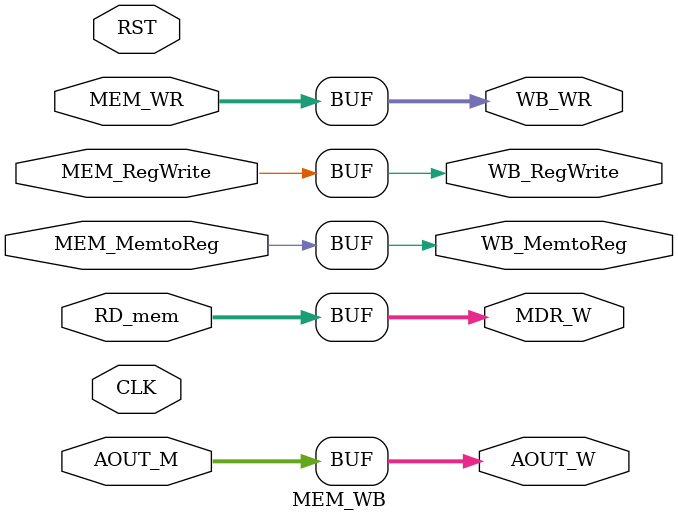
<source format=v>
module MEM_WB (RD_mem, AOUT_M, MEM_MemtoReg, MEM_RegWrite, WB_WR, 
MDR_W, AOUT_W, WB_MemtoReg, WB_RegWrite, MEM_WR, CLK, RST);
    
    input CLK;
    input RST;
    input [31:0] RD_mem;
    input [31:0] AOUT_M;
    input MEM_MemtoReg;
    input MEM_RegWrite;
    input [4:0] MEM_WR;

    output reg [31:0] MDR_W;
    output reg [31:0] AOUT_W;
    output reg WB_MemtoReg;
    output reg WB_RegWrite;
    output reg [4:0] WB_WR;


    always @(*) begin
        MDR_W <= RD_mem;
        AOUT_W <= AOUT_M;
        WB_MemtoReg <= MEM_MemtoReg;
        WB_RegWrite <= MEM_RegWrite;
        WB_WR <= MEM_WR;
        // $display("%2t: MEM_WB", $time);
    end
endmodule
</source>
